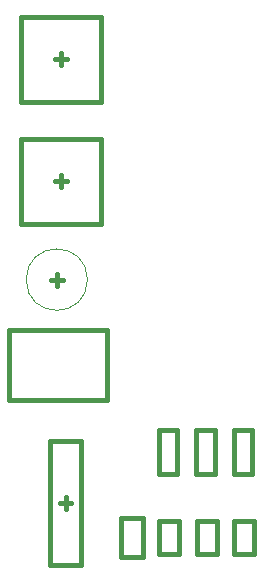
<source format=gbr>
%TF.GenerationSoftware,Altium Limited,Altium Designer,20.0.10 (225)*%
G04 Layer_Color=32768*
%FSLAX26Y26*%
%MOIN*%
%TF.FileFunction,Other,Top_Courtyard*%
%TF.Part,Single*%
G01*
G75*
%TA.AperFunction,NonConductor*%
%ADD53C,0.018000*%
%ADD57C,0.001968*%
D53*
X3568819Y1572677D02*
X3671181D01*
X3568819Y1157323D02*
Y1572677D01*
X3671181Y1157323D02*
Y1572677D01*
X3568819Y1157323D02*
X3671181D01*
X3600315Y1365000D02*
X3639685D01*
X3620000Y1345315D02*
Y1384685D01*
X3431351Y1708760D02*
Y1941240D01*
Y1708760D02*
X3757979D01*
Y1941240D01*
X3431351D02*
X3757979D01*
X3590728Y2090315D02*
Y2129685D01*
X3571043Y2110000D02*
X3610413D01*
X3471142Y2986535D02*
X3738858D01*
X3471142Y2703465D02*
X3738858D01*
X3471142D02*
Y2986535D01*
X3738858Y2703465D02*
Y2986535D01*
X3585315Y2845000D02*
X3624685D01*
X3605000Y2825315D02*
Y2864685D01*
X3471142Y2580157D02*
X3738858D01*
X3471142Y2297087D02*
X3738858D01*
X3471142D02*
Y2580157D01*
X3738858Y2297087D02*
Y2580157D01*
X3585315Y2438622D02*
X3624685D01*
X3605000Y2418937D02*
Y2458307D01*
X4181535Y1305118D02*
X4248465D01*
X4181535Y1194882D02*
Y1305118D01*
Y1194882D02*
X4248465D01*
Y1305118D01*
X4056456D02*
X4123385D01*
X4056456Y1194882D02*
Y1305118D01*
Y1194882D02*
X4123385D01*
Y1305118D01*
X3931376D02*
X3998305D01*
X3931376Y1194882D02*
Y1305118D01*
Y1194882D02*
X3998305D01*
Y1305118D01*
X3803344Y1315199D02*
X3876656D01*
X3803344Y1184801D02*
Y1315199D01*
Y1184801D02*
X3876656D01*
Y1315199D01*
X4180551Y1607835D02*
X4241575D01*
X4180551Y1462165D02*
Y1607835D01*
Y1462165D02*
X4241575D01*
Y1607835D01*
X4055472D02*
X4116495D01*
X4055472Y1462165D02*
Y1607835D01*
Y1462165D02*
X4116495D01*
Y1607835D01*
X3930392D02*
X3991416D01*
X3930392Y1462165D02*
Y1607835D01*
Y1462165D02*
X3991416D01*
Y1607835D01*
D57*
X3693090Y2110000D02*
G03*
X3693090Y2110000I-102362J0D01*
G01*
%TF.MD5,b6872aeb894a9194b5159f2940d12b59*%
M02*

</source>
